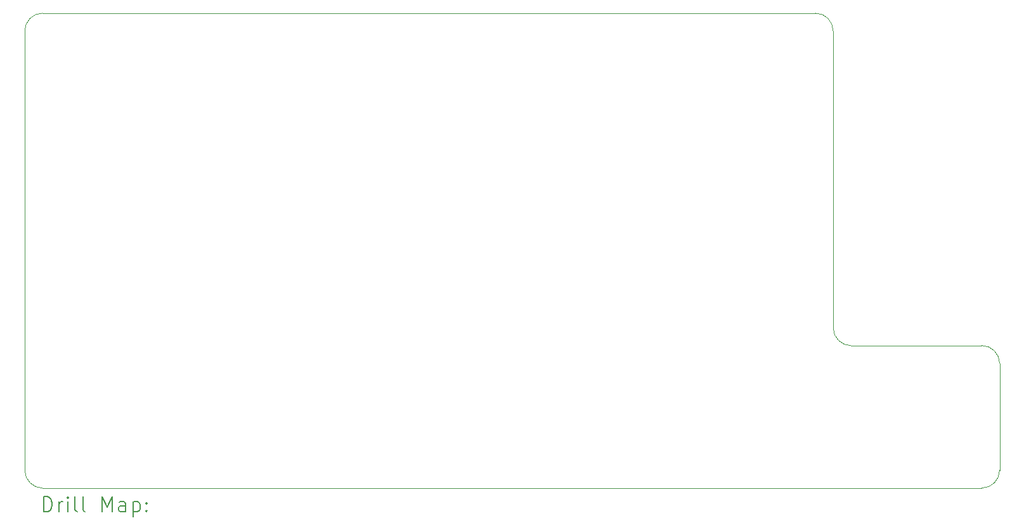
<source format=gbr>
%FSLAX45Y45*%
G04 Gerber Fmt 4.5, Leading zero omitted, Abs format (unit mm)*
G04 Created by KiCad (PCBNEW (6.0.1-0)) date 2023-03-21 08:48:05*
%MOMM*%
%LPD*%
G01*
G04 APERTURE LIST*
%TA.AperFunction,Profile*%
%ADD10C,0.100000*%
%TD*%
%ADD11C,0.200000*%
G04 APERTURE END LIST*
D10*
X17938750Y-9683750D02*
X17938750Y-5715000D01*
X7381875Y-5476875D02*
X17700625Y-5476875D01*
X19923125Y-11826875D02*
X7381875Y-11826875D01*
X7143750Y-5715000D02*
X7143750Y-11588750D01*
X17938750Y-9683750D02*
G75*
G03*
X18176875Y-9921875I238125J0D01*
G01*
X17938750Y-5715000D02*
G75*
G03*
X17700625Y-5476875I-238125J0D01*
G01*
X20161250Y-10160000D02*
X20161250Y-11588750D01*
X19923125Y-11826875D02*
G75*
G03*
X20161250Y-11588750I0J238125D01*
G01*
X19923125Y-9921875D02*
X18176875Y-9921875D01*
X7143750Y-11588750D02*
G75*
G03*
X7381875Y-11826875I238125J0D01*
G01*
X7381875Y-5476875D02*
G75*
G03*
X7143750Y-5715000I0J-238125D01*
G01*
X20161250Y-10160000D02*
G75*
G03*
X19923125Y-9921875I-238125J0D01*
G01*
D11*
X7396369Y-12142351D02*
X7396369Y-11942351D01*
X7443988Y-11942351D01*
X7472559Y-11951875D01*
X7491607Y-11970923D01*
X7501131Y-11989970D01*
X7510655Y-12028065D01*
X7510655Y-12056637D01*
X7501131Y-12094732D01*
X7491607Y-12113780D01*
X7472559Y-12132827D01*
X7443988Y-12142351D01*
X7396369Y-12142351D01*
X7596369Y-12142351D02*
X7596369Y-12009018D01*
X7596369Y-12047113D02*
X7605893Y-12028065D01*
X7615417Y-12018542D01*
X7634464Y-12009018D01*
X7653512Y-12009018D01*
X7720178Y-12142351D02*
X7720178Y-12009018D01*
X7720178Y-11942351D02*
X7710655Y-11951875D01*
X7720178Y-11961399D01*
X7729702Y-11951875D01*
X7720178Y-11942351D01*
X7720178Y-11961399D01*
X7843988Y-12142351D02*
X7824940Y-12132827D01*
X7815417Y-12113780D01*
X7815417Y-11942351D01*
X7948750Y-12142351D02*
X7929702Y-12132827D01*
X7920178Y-12113780D01*
X7920178Y-11942351D01*
X8177321Y-12142351D02*
X8177321Y-11942351D01*
X8243988Y-12085208D01*
X8310655Y-11942351D01*
X8310655Y-12142351D01*
X8491607Y-12142351D02*
X8491607Y-12037589D01*
X8482083Y-12018542D01*
X8463036Y-12009018D01*
X8424940Y-12009018D01*
X8405893Y-12018542D01*
X8491607Y-12132827D02*
X8472560Y-12142351D01*
X8424940Y-12142351D01*
X8405893Y-12132827D01*
X8396369Y-12113780D01*
X8396369Y-12094732D01*
X8405893Y-12075684D01*
X8424940Y-12066161D01*
X8472560Y-12066161D01*
X8491607Y-12056637D01*
X8586845Y-12009018D02*
X8586845Y-12209018D01*
X8586845Y-12018542D02*
X8605893Y-12009018D01*
X8643988Y-12009018D01*
X8663036Y-12018542D01*
X8672560Y-12028065D01*
X8682083Y-12047113D01*
X8682083Y-12104256D01*
X8672560Y-12123303D01*
X8663036Y-12132827D01*
X8643988Y-12142351D01*
X8605893Y-12142351D01*
X8586845Y-12132827D01*
X8767798Y-12123303D02*
X8777321Y-12132827D01*
X8767798Y-12142351D01*
X8758274Y-12132827D01*
X8767798Y-12123303D01*
X8767798Y-12142351D01*
X8767798Y-12018542D02*
X8777321Y-12028065D01*
X8767798Y-12037589D01*
X8758274Y-12028065D01*
X8767798Y-12018542D01*
X8767798Y-12037589D01*
M02*

</source>
